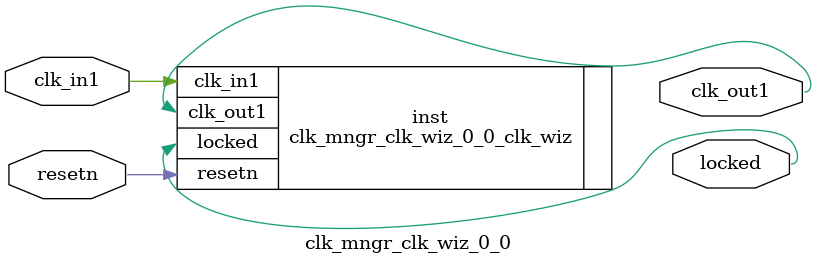
<source format=v>


`timescale 1ps/1ps

(* CORE_GENERATION_INFO = "clk_mngr_clk_wiz_0_0,clk_wiz_v6_0_12_0_0,{component_name=clk_mngr_clk_wiz_0_0,use_phase_alignment=true,use_min_o_jitter=false,use_max_i_jitter=false,use_dyn_phase_shift=false,use_inclk_switchover=false,use_dyn_reconfig=false,enable_axi=0,feedback_source=FDBK_AUTO,PRIMITIVE=MMCM,num_out_clk=1,clkin1_period=10.000,clkin2_period=10.000,use_power_down=false,use_reset=true,use_locked=true,use_inclk_stopped=false,feedback_type=SINGLE,CLOCK_MGR_TYPE=NA,manual_override=false}" *)

module clk_mngr_clk_wiz_0_0 
 (
  // Clock out ports
  output        clk_out1,
  // Status and control signals
  input         resetn,
  output        locked,
 // Clock in ports
  input         clk_in1
 );

  clk_mngr_clk_wiz_0_0_clk_wiz inst
  (
  // Clock out ports  
  .clk_out1(clk_out1),
  // Status and control signals               
  .resetn(resetn), 
  .locked(locked),
 // Clock in ports
  .clk_in1(clk_in1)
  );

endmodule

</source>
